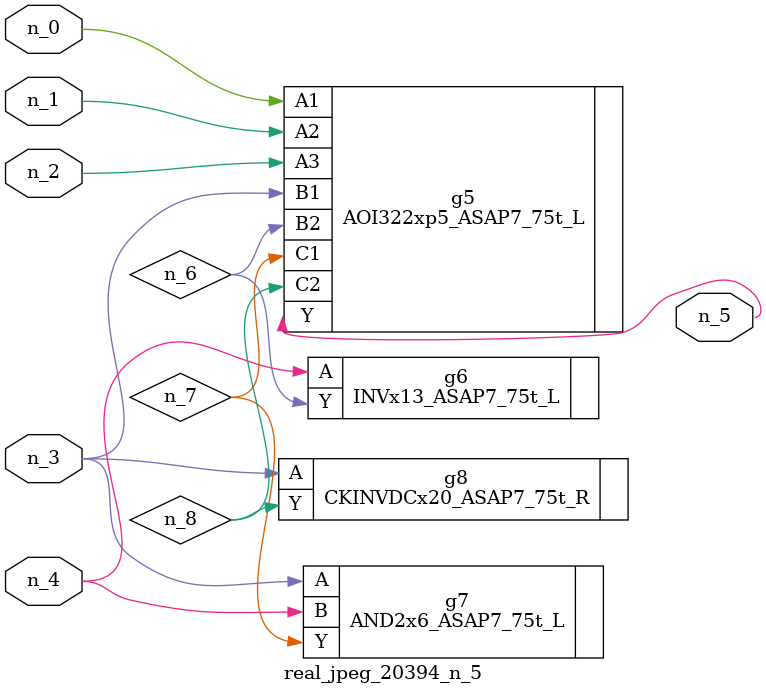
<source format=v>
module real_jpeg_20394_n_5 (n_4, n_0, n_1, n_2, n_3, n_5);

input n_4;
input n_0;
input n_1;
input n_2;
input n_3;

output n_5;

wire n_8;
wire n_6;
wire n_7;

AOI322xp5_ASAP7_75t_L g5 ( 
.A1(n_0),
.A2(n_1),
.A3(n_2),
.B1(n_3),
.B2(n_6),
.C1(n_7),
.C2(n_8),
.Y(n_5)
);

AND2x6_ASAP7_75t_L g7 ( 
.A(n_3),
.B(n_4),
.Y(n_7)
);

CKINVDCx20_ASAP7_75t_R g8 ( 
.A(n_3),
.Y(n_8)
);

INVx13_ASAP7_75t_L g6 ( 
.A(n_4),
.Y(n_6)
);


endmodule
</source>
